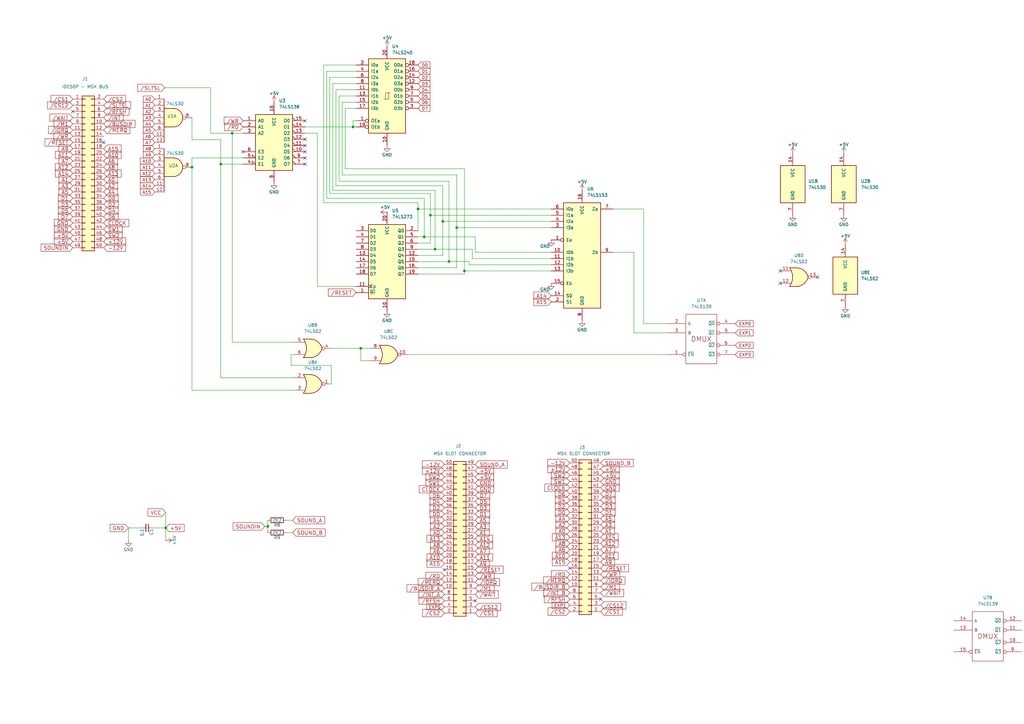
<source format=kicad_sch>
(kicad_sch (version 20211123) (generator eeschema)
  (paper "A3")
  (title_block (title "MSX Slot Expander") (date "2023-02-23") (rev "1"))
  (junction (at 90.5463 67.31))
  (junction (at 178.435 102.192))
  (junction (at 176.53 88.265))
  (junction (at 147.9664 142.875))
  (junction (at 144.78 52.07))
  (junction (at 173.99 97.155))
  (junction (at 78.74 68.58))
  (junction (at 184.15 107.2391))
  (junction (at 95.2335 54.61))
  (junction (at 171.45 85.725))
  (junction (at 67.945 216.535))
  (junction (at 181.61 90.805))
  (junction (at 190.5 111.125))
  (junction (at 109.855 215.9))
  (junction (at 187.325 93.345))
  (no_connect (at 320.04 111.125))
  (no_connect (at 320.04 116.205))
  (no_connect (at 335.28 113.665))
  (no_connect (at 99.695 62.23))
  (no_connect (at 194.945 246.38))
  (no_connect (at 246.38 245.745))
  (no_connect (at 182.245 233.68))
  (no_connect (at 125.095 67.31))
  (no_connect (at 125.095 64.77))
  (no_connect (at 125.095 62.23))
  (no_connect (at 125.095 59.69))
  (no_connect (at 125.095 57.15))
  (no_connect (at 125.095 49.53))
  (no_connect (at 233.68 233.045))
  (no_connect (at 42.545 58.42))
  (no_connect (at 29.845 45.72))
  (wire (pts (xy 226.06 111.125) (xy 190.5 111.125)))
  (wire (pts (xy 146.05 26.67) (xy 132.715 26.67)))
  (wire (pts (xy 184.15 74.295) (xy 184.15 107.2391)))
  (wire (pts (xy 144.78 52.07) (xy 146.05 52.07)))
  (wire (pts (xy 52.705 216.535) (xy 57.785 216.535)))
  (wire (pts (xy 263.9532 132.715) (xy 273.685 132.715)))
  (wire (pts (xy 181.61 104.775) (xy 181.61 90.805)))
  (wire (pts (xy 135.255 79.375) (xy 135.255 31.75)))
  (wire (pts (xy 130.175 117.475) (xy 146.05 117.475)))
  (wire (pts (xy 167.005 145.415) (xy 273.685 145.415)))
  (wire (pts (xy 109.855 215.9) (xy 109.855 218.44)))
  (wire (pts (xy 173.99 81.28) (xy 173.99 97.155)))
  (wire (pts (xy 132.715 83.185) (xy 171.45 83.185)))
  (wire (pts (xy 259.9996 136.525) (xy 259.9996 103.505)))
  (wire (pts (xy 178.435 102.192) (xy 193.675 102.192)))
  (wire (pts (xy 176.53 88.265) (xy 176.53 79.375)))
  (wire (pts (xy 193.675 102.192) (xy 193.675 106.045)))
  (wire (pts (xy 62.865 216.535) (xy 67.945 216.535)))
  (wire (pts (xy 78.74 68.58) (xy 78.74 160.02)))
  (wire (pts (xy 263.9532 85.725) (xy 263.9532 132.715)))
  (wire (pts (xy 190.5 111.125) (xy 190.5 112.395)))
  (wire (pts (xy 176.53 88.265) (xy 226.06 88.265)))
  (wire (pts (xy 67.5416 36.0221) (xy 86.36 36.0221)))
  (wire (pts (xy 139.065 39.37) (xy 139.065 74.295)))
  (wire (pts (xy 171.45 104.775) (xy 181.61 104.775)))
  (wire (pts (xy 125.095 52.07) (xy 144.78 52.07)))
  (wire (pts (xy 95.2335 140.335) (xy 95.2335 54.61)))
  (wire (pts (xy 137.795 36.83) (xy 146.05 36.83)))
  (wire (pts (xy 86.36 36.0221) (xy 86.36 54.61)))
  (wire (pts (xy 120.65 145.415) (xy 119.38 145.415)))
  (wire (pts (xy 144.78 49.53) (xy 146.05 49.53)))
  (wire (pts (xy 78.74 57.346) (xy 90.5463 57.346)))
  (wire (pts (xy 90.5463 154.94) (xy 120.65 154.94)))
  (wire (pts (xy 78.74 64.77) (xy 78.74 68.58)))
  (wire (pts (xy 171.45 99.695) (xy 176.53 99.695)))
  (wire (pts (xy 181.61 90.805) (xy 181.61 76.2)))
  (wire (pts (xy 251.46 85.725) (xy 263.9532 85.725)))
  (wire (pts (xy 95.2335 54.61) (xy 99.695 54.61)))
  (wire (pts (xy 120.015 213.36) (xy 117.475 213.36)))
  (wire (pts (xy 139.065 74.295) (xy 184.15 74.295)))
  (wire (pts (xy 90.5463 57.346) (xy 90.5463 67.31)))
  (wire (pts (xy 176.53 79.375) (xy 135.255 79.375)))
  (wire (pts (xy 187.325 93.345) (xy 226.06 93.345)))
  (wire (pts (xy 67.945 210.185) (xy 67.945 216.535)))
  (wire (pts (xy 192.405 107.2391) (xy 192.405 108.585)))
  (wire (pts (xy 178.435 102.192) (xy 178.435 102.235)))
  (wire (pts (xy 146.05 29.21) (xy 133.985 29.21)))
  (wire (pts (xy 171.45 107.315) (xy 184.15 107.315)))
  (wire (pts (xy 147.9664 147.955) (xy 151.765 147.955)))
  (wire (pts (xy 109.855 215.9) (xy 108.585 215.9)))
  (wire (pts (xy 120.015 218.44) (xy 117.475 218.44)))
  (wire (pts (xy 181.61 76.2) (xy 137.795 76.2)))
  (wire (pts (xy 109.855 213.36) (xy 109.855 215.9)))
  (wire (pts (xy 187.325 93.345) (xy 187.325 109.855)))
  (wire (pts (xy 135.255 31.75) (xy 146.05 31.75)))
  (wire (pts (xy 147.9664 142.875) (xy 147.9664 147.955)))
  (wire (pts (xy 67.945 216.535) (xy 67.945 221.615)))
  (wire (pts (xy 194.945 97.155) (xy 194.945 103.505)))
  (wire (pts (xy 259.9996 103.505) (xy 251.46 103.505)))
  (wire (pts (xy 52.705 216.535) (xy 52.705 221.615)))
  (wire (pts (xy 171.45 112.395) (xy 190.5 112.395)))
  (wire (pts (xy 171.45 85.725) (xy 171.45 94.615)))
  (wire (pts (xy 90.5463 67.31) (xy 90.5463 154.94)))
  (wire (pts (xy 194.945 103.505) (xy 226.06 103.505)))
  (wire (pts (xy 141.605 69.215) (xy 141.605 44.45)))
  (wire (pts (xy 125.095 54.61) (xy 130.175 54.61)))
  (wire (pts (xy 192.405 108.585) (xy 226.06 108.585)))
  (wire (pts (xy 99.695 64.77) (xy 78.74 64.77)))
  (wire (pts (xy 187.325 71.755) (xy 187.325 93.345)))
  (wire (pts (xy 140.335 71.755) (xy 187.325 71.755)))
  (wire (pts (xy 147.9664 142.875) (xy 151.765 142.875)))
  (wire (pts (xy 146.05 39.37) (xy 139.065 39.37)))
  (wire (pts (xy 178.435 102.235) (xy 171.45 102.235)))
  (wire (pts (xy 181.61 90.805) (xy 226.06 90.805)))
  (wire (pts (xy 133.985 29.21) (xy 133.985 81.28)))
  (wire (pts (xy 119.38 145.415) (xy 119.38 149.86)))
  (wire (pts (xy 135.89 149.86) (xy 135.89 157.48)))
  (wire (pts (xy 144.78 52.07) (xy 144.78 49.53)))
  (wire (pts (xy 141.605 44.45) (xy 146.05 44.45)))
  (wire (pts (xy 184.15 107.2391) (xy 184.15 107.315)))
  (wire (pts (xy 90.5463 67.31) (xy 99.695 67.31)))
  (wire (pts (xy 140.335 41.91) (xy 140.335 71.755)))
  (wire (pts (xy 190.5 69.215) (xy 190.5 111.125)))
  (wire (pts (xy 137.795 76.2) (xy 137.795 36.83)))
  (wire (pts (xy 193.675 106.045) (xy 226.06 106.045)))
  (wire (pts (xy 140.335 41.91) (xy 146.05 41.91)))
  (wire (pts (xy 173.99 97.155) (xy 194.945 97.155)))
  (wire (pts (xy 178.435 78.105) (xy 178.435 102.192)))
  (wire (pts (xy 171.45 83.185) (xy 171.45 85.725)))
  (wire (pts (xy 78.74 160.02) (xy 120.65 160.02)))
  (wire (pts (xy 120.65 140.335) (xy 95.2335 140.335)))
  (wire (pts (xy 184.15 107.2391) (xy 192.405 107.2391)))
  (wire (pts (xy 119.38 149.86) (xy 135.89 149.86)))
  (wire (pts (xy 273.685 136.525) (xy 259.9996 136.525)))
  (wire (pts (xy 86.36 54.61) (xy 95.2335 54.61)))
  (wire (pts (xy 146.05 34.29) (xy 136.525 34.29)))
  (wire (pts (xy 136.525 34.29) (xy 136.525 78.105)))
  (wire (pts (xy 133.985 81.28) (xy 173.99 81.28)))
  (wire (pts (xy 190.5 69.215) (xy 141.605 69.215)))
  (wire (pts (xy 176.53 99.695) (xy 176.53 88.265)))
  (wire (pts (xy 173.99 97.155) (xy 171.45 97.155)))
  (wire (pts (xy 78.74 48.26) (xy 78.74 57.346)))
  (wire (pts (xy 132.715 26.67) (xy 132.715 83.185)))
  (wire (pts (xy 135.89 142.875) (xy 147.9664 142.875)))
  (wire (pts (xy 187.325 109.855) (xy 171.45 109.855)))
  (wire (pts (xy 136.525 78.105) (xy 178.435 78.105)))
  (wire (pts (xy 130.175 54.61) (xy 130.175 117.475)))
  (wire (pts (xy 171.45 85.725) (xy 226.06 85.725)))
  (global_label "/MERQ" (shape input) (at 42.545 53.34 0) (effects (font (size 1.524 1.524))) (property "Intersheet References" "${INTERSHEET_REFS}" (effects hide)))
  (global_label "EXP1" (shape input) (at 233.68 248.285 180) (property "Intersheet References" "${INTERSHEET_REFS}" (effects hide)))
  (global_label "A5" (shape input) (at 29.845 78.74 180) (effects (font (size 1.524 1.524))) (property "Intersheet References" "${INTERSHEET_REFS}" (effects hide)))
  (global_label "/RFSH" (shape input) (at 233.68 245.745 180) (effects (font (size 1.524 1.524))) (property "Intersheet References" "${INTERSHEET_REFS}" (effects hide)))
  (global_label "/IORQ" (shape input) (at 194.945 238.76 0) (effects (font (size 1.524 1.524))) (property "Intersheet References" "${INTERSHEET_REFS}" (effects hide)))
  (global_label "SOUNDIN" (shape input) (at 29.845 101.6 180) (effects (font (size 1.524 1.524))) (property "Intersheet References" "${INTERSHEET_REFS}" (effects hide)))
  (global_label "/WR" (shape input) (at 99.695 49.53 180) (effects (font (size 1.524 1.524))) (property "Intersheet References" "${INTERSHEET_REFS}" (effects hide)))
  (global_label "A7" (shape input) (at 29.845 66.04 180) (effects (font (size 1.524 1.524))) (property "Intersheet References" "${INTERSHEET_REFS}" (effects hide)))
  (global_label "A1" (shape input) (at 194.945 218.44 0) (effects (font (size 1.524 1.524))) (property "Intersheet References" "${INTERSHEET_REFS}" (effects hide)))
  (global_label "A2" (shape input) (at 182.245 215.9 180) (effects (font (size 1.524 1.524))) (property "Intersheet References" "${INTERSHEET_REFS}" (effects hide)))
  (global_label "/IORQ" (shape input) (at 29.845 53.34 180) (effects (font (size 1.524 1.524))) (property "Intersheet References" "${INTERSHEET_REFS}" (effects hide)))
  (global_label "GND" (shape input) (at 29.845 91.44 180) (effects (font (size 1.524 1.524))) (property "Intersheet References" "${INTERSHEET_REFS}" (effects hide)))
  (global_label "A15" (shape input) (at 63.5 78.74 180) (property "Intersheet References" "${INTERSHEET_REFS}" (effects hide)))
  (global_label "/RESET" (shape input) (at 194.945 233.68 0) (effects (font (size 1.524 1.524))) (property "Intersheet References" "${INTERSHEET_REFS}" (effects hide)))
  (global_label "SOUND_A" (shape input) (at 120.015 213.36 0) (effects (font (size 1.524 1.524))) (property "Intersheet References" "${INTERSHEET_REFS}" (effects hide)))
  (global_label "A11" (shape input) (at 194.945 228.6 0) (effects (font (size 1.524 1.524))) (property "Intersheet References" "${INTERSHEET_REFS}" (effects hide)))
  (global_label "A2" (shape input) (at 233.68 215.265 180) (effects (font (size 1.524 1.524))) (property "Intersheet References" "${INTERSHEET_REFS}" (effects hide)))
  (global_label "A3" (shape input) (at 63.5 48.26 180) (property "Intersheet References" "${INTERSHEET_REFS}" (effects hide)))
  (global_label "/BUSDIR_B" (shape input) (at 233.68 240.665 180) (effects (font (size 1.524 1.524))) (property "Intersheet References" "${INTERSHEET_REFS}" (effects hide)))
  (global_label "A6" (shape input) (at 63.5 55.88 180) (property "Intersheet References" "${INTERSHEET_REFS}" (effects hide)))
  (global_label "EXP0" (shape input) (at 182.245 248.92 180) (property "Intersheet References" "${INTERSHEET_REFS}" (effects hide)))
  (global_label "CLOCK" (shape input) (at 42.545 91.44 0) (effects (font (size 1.524 1.524))) (property "Intersheet References" "${INTERSHEET_REFS}" (effects hide)))
  (global_label "A4" (shape input) (at 182.245 213.36 180) (effects (font (size 1.524 1.524))) (property "Intersheet References" "${INTERSHEET_REFS}" (effects hide)))
  (global_label "SW1" (shape input) (at 233.68 197.485 180) (effects (font (size 1.524 1.524))) (property "Intersheet References" "${INTERSHEET_REFS}" (effects hide)))
  (global_label "A6" (shape input) (at 42.545 66.04 0) (effects (font (size 1.524 1.524))) (property "Intersheet References" "${INTERSHEET_REFS}" (effects hide)))
  (global_label "/RD" (shape input) (at 182.245 236.22 180) (effects (font (size 1.524 1.524))) (property "Intersheet References" "${INTERSHEET_REFS}" (effects hide)))
  (global_label "D3" (shape input) (at 29.845 83.82 180) (effects (font (size 1.524 1.524))) (property "Intersheet References" "${INTERSHEET_REFS}" (effects hide)))
  (global_label "+12V" (shape input) (at 233.68 192.405 180) (effects (font (size 1.524 1.524))) (property "Intersheet References" "${INTERSHEET_REFS}" (effects hide)))
  (global_label "A10" (shape input) (at 63.5 66.04 180) (property "Intersheet References" "${INTERSHEET_REFS}" (effects hide)))
  (global_label "/M1" (shape input) (at 246.38 240.665 0) (effects (font (size 1.524 1.524))) (property "Intersheet References" "${INTERSHEET_REFS}" (effects hide)))
  (global_label "/BUSDIR" (shape input) (at 42.545 50.8 0) (effects (font (size 1.524 1.524))) (property "Intersheet References" "${INTERSHEET_REFS}" (effects hide)))
  (global_label "A3" (shape input) (at 194.945 215.9 0) (effects (font (size 1.524 1.524))) (property "Intersheet References" "${INTERSHEET_REFS}" (effects hide)))
  (global_label "A2" (shape input) (at 63.5 45.72 180) (property "Intersheet References" "${INTERSHEET_REFS}" (effects hide)))
  (global_label "/M1" (shape input) (at 29.845 50.8 180) (effects (font (size 1.524 1.524))) (property "Intersheet References" "${INTERSHEET_REFS}" (effects hide)))
  (global_label "SW2" (shape input) (at 233.68 194.945 180) (effects (font (size 1.524 1.524))) (property "Intersheet References" "${INTERSHEET_REFS}" (effects hide)))
  (global_label "/CS12" (shape input) (at 194.945 248.92 0) (effects (font (size 1.524 1.524))) (property "Intersheet References" "${INTERSHEET_REFS}" (effects hide)))
  (global_label "/RESET" (shape input) (at 146.05 120.015 180) (effects (font (size 1.524 1.524))) (property "Intersheet References" "${INTERSHEET_REFS}" (effects hide)))
  (global_label "A0" (shape input) (at 42.545 73.66 0) (effects (font (size 1.524 1.524))) (property "Intersheet References" "${INTERSHEET_REFS}" (effects hide)))
  (global_label "D6" (shape input) (at 42.545 88.9 0) (effects (font (size 1.524 1.524))) (property "Intersheet References" "${INTERSHEET_REFS}" (effects hide)))
  (global_label "/WR" (shape input) (at 246.38 235.585 0) (effects (font (size 1.524 1.524))) (property "Intersheet References" "${INTERSHEET_REFS}" (effects hide)))
  (global_label "A12" (shape input) (at 246.38 222.885 0) (effects (font (size 1.524 1.524))) (property "Intersheet References" "${INTERSHEET_REFS}" (effects hide)))
  (global_label "D5" (shape input) (at 246.38 205.105 0) (effects (font (size 1.524 1.524))) (property "Intersheet References" "${INTERSHEET_REFS}" (effects hide)))
  (global_label "D1" (shape input) (at 246.38 210.185 0) (effects (font (size 1.524 1.524))) (property "Intersheet References" "${INTERSHEET_REFS}" (effects hide)))
  (global_label "A7" (shape input) (at 63.5 58.42 180) (property "Intersheet References" "${INTERSHEET_REFS}" (effects hide)))
  (global_label "/WAIT" (shape input) (at 29.845 48.26 180) (effects (font (size 1.524 1.524))) (property "Intersheet References" "${INTERSHEET_REFS}" (effects hide)))
  (global_label "/RD" (shape input) (at 99.695 52.07 180) (effects (font (size 1.524 1.524))) (property "Intersheet References" "${INTERSHEET_REFS}" (effects hide)))
  (global_label "D0" (shape input) (at 171.45 26.67 0) (property "Intersheet References" "${INTERSHEET_REFS}" (effects hide)))
  (global_label "D4" (shape input) (at 233.68 205.105 180) (effects (font (size 1.524 1.524))) (property "Intersheet References" "${INTERSHEET_REFS}" (effects hide)))
  (global_label "D4" (shape input) (at 171.45 36.83 0) (property "Intersheet References" "${INTERSHEET_REFS}" (effects hide)))
  (global_label "A10" (shape input) (at 233.68 227.965 180) (effects (font (size 1.524 1.524))) (property "Intersheet References" "${INTERSHEET_REFS}" (effects hide)))
  (global_label "VCC" (shape input) (at 67.945 210.185 180) (effects (font (size 1.524 1.524))) (property "Intersheet References" "${INTERSHEET_REFS}" (effects hide)))
  (global_label "A9" (shape input) (at 246.38 230.505 0) (effects (font (size 1.524 1.524))) (property "Intersheet References" "${INTERSHEET_REFS}" (effects hide)))
  (global_label "CLOCK" (shape input) (at 233.68 200.025 180) (effects (font (size 1.524 1.524))) (property "Intersheet References" "${INTERSHEET_REFS}" (effects hide)))
  (global_label "/CS1" (shape input) (at 246.38 250.825 0) (effects (font (size 1.524 1.524))) (property "Intersheet References" "${INTERSHEET_REFS}" (effects hide)))
  (global_label "A13" (shape input) (at 233.68 220.345 180) (effects (font (size 1.524 1.524))) (property "Intersheet References" "${INTERSHEET_REFS}" (effects hide)))
  (global_label "/RESET" (shape input) (at 246.38 233.045 0) (effects (font (size 1.524 1.524))) (property "Intersheet References" "${INTERSHEET_REFS}" (effects hide)))
  (global_label "-12V" (shape input) (at 233.68 189.865 180) (effects (font (size 1.524 1.524))) (property "Intersheet References" "${INTERSHEET_REFS}" (effects hide)))
  (global_label "+5V" (shape input) (at 29.845 99.06 180) (effects (font (size 1.524 1.524))) (property "Intersheet References" "${INTERSHEET_REFS}" (effects hide)))
  (global_label "D6" (shape input) (at 171.45 41.91 0) (property "Intersheet References" "${INTERSHEET_REFS}" (effects hide)))
  (global_label "/CS12" (shape input) (at 246.38 248.285 0) (effects (font (size 1.524 1.524))) (property "Intersheet References" "${INTERSHEET_REFS}" (effects hide)))
  (global_label "+12V" (shape input) (at 42.545 99.06 0) (effects (font (size 1.524 1.524))) (property "Intersheet References" "${INTERSHEET_REFS}" (effects hide)))
  (global_label "D1" (shape input) (at 194.945 210.82 0) (effects (font (size 1.524 1.524))) (property "Intersheet References" "${INTERSHEET_REFS}" (effects hide)))
  (global_label "D1" (shape input) (at 171.45 29.21 0) (property "Intersheet References" "${INTERSHEET_REFS}" (effects hide)))
  (global_label "A7" (shape input) (at 246.38 225.425 0) (effects (font (size 1.524 1.524))) (property "Intersheet References" "${INTERSHEET_REFS}" (effects hide)))
  (global_label "A14" (shape input) (at 246.38 220.345 0) (effects (font (size 1.524 1.524))) (property "Intersheet References" "${INTERSHEET_REFS}" (effects hide)))
  (global_label "D7" (shape input) (at 194.945 203.2 0) (effects (font (size 1.524 1.524))) (property "Intersheet References" "${INTERSHEET_REFS}" (effects hide)))
  (global_label "/RFSH" (shape input) (at 182.245 246.38 180) (effects (font (size 1.524 1.524))) (property "Intersheet References" "${INTERSHEET_REFS}" (effects hide)))
  (global_label "D5" (shape input) (at 29.845 86.36 180) (effects (font (size 1.524 1.524))) (property "Intersheet References" "${INTERSHEET_REFS}" (effects hide)))
  (global_label "+5V" (shape input) (at 67.945 216.535 0) (effects (font (size 1.524 1.524))) (property "Intersheet References" "${INTERSHEET_REFS}" (effects hide)))
  (global_label "/M1" (shape input) (at 194.945 241.3 0) (effects (font (size 1.524 1.524))) (property "Intersheet References" "${INTERSHEET_REFS}" (effects hide)))
  (global_label "SW1" (shape input) (at 182.245 198.12 180) (effects (font (size 1.524 1.524))) (property "Intersheet References" "${INTERSHEET_REFS}" (effects hide)))
  (global_label "A14" (shape input) (at 29.845 71.12 180) (effects (font (size 1.524 1.524))) (property "Intersheet References" "${INTERSHEET_REFS}" (effects hide)))
  (global_label "+5V" (shape input) (at 246.38 194.945 0) (effects (font (size 1.524 1.524))) (property "Intersheet References" "${INTERSHEET_REFS}" (effects hide)))
  (global_label "A12" (shape input) (at 29.845 68.58 180) (effects (font (size 1.524 1.524))) (property "Intersheet References" "${INTERSHEET_REFS}" (effects hide)))
  (global_label "SW1" (shape input) (at 42.545 93.98 0) (effects (font (size 1.524 1.524))) (property "Intersheet References" "${INTERSHEET_REFS}" (effects hide)))
  (global_label "/CS2" (shape input) (at 233.68 250.825 180) (effects (font (size 1.524 1.524))) (property "Intersheet References" "${INTERSHEET_REFS}" (effects hide)))
  (global_label "A13" (shape input) (at 63.5 73.66 180) (property "Intersheet References" "${INTERSHEET_REFS}" (effects hide)))
  (global_label "D4" (shape input) (at 42.545 86.36 0) (effects (font (size 1.524 1.524))) (property "Intersheet References" "${INTERSHEET_REFS}" (effects hide)))
  (global_label "D2" (shape input) (at 233.68 207.645 180) (effects (font (size 1.524 1.524))) (property "Intersheet References" "${INTERSHEET_REFS}" (effects hide)))
  (global_label "/INT" (shape input) (at 42.545 48.26 0) (effects (font (size 1.524 1.524))) (property "Intersheet References" "${INTERSHEET_REFS}" (effects hide)))
  (global_label "A5" (shape input) (at 63.5 53.34 180) (property "Intersheet References" "${INTERSHEET_REFS}" (effects hide)))
  (global_label "A0" (shape input) (at 182.245 218.44 180) (effects (font (size 1.524 1.524))) (property "Intersheet References" "${INTERSHEET_REFS}" (effects hide)))
  (global_label "/WAIT" (shape input) (at 246.38 243.205 0) (effects (font (size 1.524 1.524))) (property "Intersheet References" "${INTERSHEET_REFS}" (effects hide)))
  (global_label "EXP1" (shape input) (at 301.625 136.525 0) (property "Intersheet References" "${INTERSHEET_REFS}" (effects hide)))
  (global_label "SOUND_A" (shape input) (at 194.945 190.5 0) (effects (font (size 1.524 1.524))) (property "Intersheet References" "${INTERSHEET_REFS}" (effects hide)))
  (global_label "+12V" (shape input) (at 182.245 193.04 180) (effects (font (size 1.524 1.524))) (property "Intersheet References" "${INTERSHEET_REFS}" (effects hide)))
  (global_label "/MERQ" (shape input) (at 233.68 238.125 180) (effects (font (size 1.524 1.524))) (property "Intersheet References" "${INTERSHEET_REFS}" (effects hide)))
  (global_label "A1" (shape input) (at 63.5 43.18 180) (property "Intersheet References" "${INTERSHEET_REFS}" (effects hide)))
  (global_label "D7" (shape input) (at 29.845 88.9 180) (effects (font (size 1.524 1.524))) (property "Intersheet References" "${INTERSHEET_REFS}" (effects hide)))
  (global_label "A8" (shape input) (at 63.5 60.96 180) (property "Intersheet References" "${INTERSHEET_REFS}" (effects hide)))
  (global_label "/SLTSL" (shape input) (at 42.545 43.18 0) (effects (font (size 1.524 1.524))) (property "Intersheet References" "${INTERSHEET_REFS}" (effects hide)))
  (global_label "/RESET" (shape input) (at 29.845 58.42 180) (effects (font (size 1.524 1.524))) (property "Intersheet References" "${INTERSHEET_REFS}" (effects hide)))
  (global_label "-12V" (shape input) (at 42.545 101.6 0) (effects (font (size 1.524 1.524))) (property "Intersheet References" "${INTERSHEET_REFS}" (effects hide)))
  (global_label "D0" (shape input) (at 182.245 210.82 180) (effects (font (size 1.524 1.524))) (property "Intersheet References" "${INTERSHEET_REFS}" (effects hide)))
  (global_label "D1" (shape input) (at 29.845 81.28 180) (effects (font (size 1.524 1.524))) (property "Intersheet References" "${INTERSHEET_REFS}" (effects hide)))
  (global_label "A0" (shape input) (at 233.68 217.805 180) (effects (font (size 1.524 1.524))) (property "Intersheet References" "${INTERSHEET_REFS}" (effects hide)))
  (global_label "A7" (shape input) (at 194.945 226.06 0) (effects (font (size 1.524 1.524))) (property "Intersheet References" "${INTERSHEET_REFS}" (effects hide)))
  (global_label "A10" (shape input) (at 42.545 63.5 0) (effects (font (size 1.524 1.524))) (property "Intersheet References" "${INTERSHEET_REFS}" (effects hide)))
  (global_label "+5V" (shape input) (at 246.38 192.405 0) (effects (font (size 1.524 1.524))) (property "Intersheet References" "${INTERSHEET_REFS}" (effects hide)))
  (global_label "A9" (shape input) (at 194.945 231.14 0) (effects (font (size 1.524 1.524))) (property "Intersheet References" "${INTERSHEET_REFS}" (effects hide)))
  (global_label "A4" (shape input) (at 233.68 212.725 180) (effects (font (size 1.524 1.524))) (property "Intersheet References" "${INTERSHEET_REFS}" (effects hide)))
  (global_label "/CS2" (shape input) (at 182.245 251.46 180) (effects (font (size 1.524 1.524))) (property "Intersheet References" "${INTERSHEET_REFS}" (effects hide)))
  (global_label "CLOCK" (shape input) (at 182.245 200.66 180) (effects (font (size 1.524 1.524))) (property "Intersheet References" "${INTERSHEET_REFS}" (effects hide)))
  (global_label "/CS1" (shape input) (at 29.845 40.64 180) (effects (font (size 1.524 1.524))) (property "Intersheet References" "${INTERSHEET_REFS}" (effects hide)))
  (global_label "SW2" (shape input) (at 42.545 96.52 0) (effects (font (size 1.524 1.524))) (property "Intersheet References" "${INTERSHEET_REFS}" (effects hide)))
  (global_label "A0" (shape input) (at 63.5 40.64 180) (property "Intersheet References" "${INTERSHEET_REFS}" (effects hide)))
  (global_label "/CS1" (shape input) (at 194.945 251.46 0) (effects (font (size 1.524 1.524))) (property "Intersheet References" "${INTERSHEET_REFS}" (effects hide)))
  (global_label "A11" (shape input) (at 29.845 63.5 180) (effects (font (size 1.524 1.524))) (property "Intersheet References" "${INTERSHEET_REFS}" (effects hide)))
  (global_label "A5" (shape input) (at 246.38 212.725 0) (effects (font (size 1.524 1.524))) (property "Intersheet References" "${INTERSHEET_REFS}" (effects hide)))
  (global_label "A2" (shape input) (at 42.545 76.2 0) (effects (font (size 1.524 1.524))) (property "Intersheet References" "${INTERSHEET_REFS}" (effects hide)))
  (global_label "GND" (shape input) (at 194.945 200.66 0) (effects (font (size 1.524 1.524))) (property "Intersheet References" "${INTERSHEET_REFS}" (effects hide)))
  (global_label "A11" (shape input) (at 246.38 227.965 0) (effects (font (size 1.524 1.524))) (property "Intersheet References" "${INTERSHEET_REFS}" (effects hide)))
  (global_label "EXP0" (shape input) (at 301.625 132.715 0) (property "Intersheet References" "${INTERSHEET_REFS}" (effects hide)))
  (global_label "A8" (shape input) (at 233.68 222.885 180) (effects (font (size 1.524 1.524))) (property "Intersheet References" "${INTERSHEET_REFS}" (effects hide)))
  (global_label "/RFSH" (shape input) (at 42.545 45.72 0) (effects (font (size 1.524 1.524))) (property "Intersheet References" "${INTERSHEET_REFS}" (effects hide)))
  (global_label "A10" (shape input) (at 182.245 228.6 180) (effects (font (size 1.524 1.524))) (property "Intersheet References" "${INTERSHEET_REFS}" (effects hide)))
  (global_label "D0" (shape input) (at 233.68 210.185 180) (effects (font (size 1.524 1.524))) (property "Intersheet References" "${INTERSHEET_REFS}" (effects hide)))
  (global_label "GND" (shape input) (at 246.38 197.485 0) (effects (font (size 1.524 1.524))) (property "Intersheet References" "${INTERSHEET_REFS}" (effects hide)))
  (global_label "/BUSDIR_A" (shape input) (at 182.245 241.3 180) (effects (font (size 1.524 1.524))) (property "Intersheet References" "${INTERSHEET_REFS}" (effects hide)))
  (global_label "/CS2" (shape input) (at 42.545 40.64 0) (effects (font (size 1.524 1.524))) (property "Intersheet References" "${INTERSHEET_REFS}" (effects hide)))
  (global_label "D4" (shape input) (at 182.245 205.74 180) (effects (font (size 1.524 1.524))) (property "Intersheet References" "${INTERSHEET_REFS}" (effects hide)))
  (global_label "A5" (shape input) (at 194.945 213.36 0) (effects (font (size 1.524 1.524))) (property "Intersheet References" "${INTERSHEET_REFS}" (effects hide)))
  (global_label "+5V" (shape input) (at 194.945 193.04 0) (effects (font (size 1.524 1.524))) (property "Intersheet References" "${INTERSHEET_REFS}" (effects hide)))
  (global_label "A14" (shape input) (at 194.945 220.98 0) (effects (font (size 1.524 1.524))) (property "Intersheet References" "${INTERSHEET_REFS}" (effects hide)))
  (global_label "SOUND_B" (shape input) (at 120.015 218.44 0) (effects (font (size 1.524 1.524))) (property "Intersheet References" "${INTERSHEET_REFS}" (effects hide)))
  (global_label "/SLTSL" (shape input) (at 67.5416 36.0221 180) (effects (font (size 1.524 1.524))) (property "Intersheet References" "${INTERSHEET_REFS}" (effects hide)))
  (global_label "/IORQ" (shape input) (at 246.38 238.125 0) (effects (font (size 1.524 1.524))) (property "Intersheet References" "${INTERSHEET_REFS}" (effects hide)))
  (global_label "A15" (shape input) (at 42.545 60.96 0) (effects (font (size 1.524 1.524))) (property "Intersheet References" "${INTERSHEET_REFS}" (effects hide)))
  (global_label "/CS12" (shape input) (at 29.845 43.18 180) (effects (font (size 1.524 1.524))) (property "Intersheet References" "${INTERSHEET_REFS}" (effects hide)))
  (global_label "A15" (shape input) (at 226.06 123.825 180) (effects (font (size 1.524 1.524))) (property "Intersheet References" "${INTERSHEET_REFS}" (effects hide)))
  (global_label "/WR" (shape input) (at 194.945 236.22 0) (effects (font (size 1.524 1.524))) (property "Intersheet References" "${INTERSHEET_REFS}" (effects hide)))
  (global_label "D0" (shape input) (at 42.545 81.28 0) (effects (font (size 1.524 1.524))) (property "Intersheet References" "${INTERSHEET_REFS}" (effects hide)))
  (global_label "A8" (shape input) (at 182.245 223.52 180) (effects (font (size 1.524 1.524))) (property "Intersheet References" "${INTERSHEET_REFS}" (effects hide)))
  (global_label "D6" (shape input) (at 182.245 203.2 180) (effects (font (size 1.524 1.524))) (property "Intersheet References" "${INTERSHEET_REFS}" (effects hide)))
  (global_label "/WAIT" (shape input) (at 194.945 243.84 0) (effects (font (size 1.524 1.524))) (property "Intersheet References" "${INTERSHEET_REFS}" (effects hide)))
  (global_label "A6" (shape input) (at 182.245 226.06 180) (effects (font (size 1.524 1.524))) (property "Intersheet References" "${INTERSHEET_REFS}" (effects hide)))
  (global_label "A1" (shape input) (at 246.38 217.805 0) (effects (font (size 1.524 1.524))) (property "Intersheet References" "${INTERSHEET_REFS}" (effects hide)))
  (global_label "A4" (shape input) (at 42.545 78.74 0) (effects (font (size 1.524 1.524))) (property "Intersheet References" "${INTERSHEET_REFS}" (effects hide)))
  (global_label "A13" (shape input) (at 42.545 71.12 0) (effects (font (size 1.524 1.524))) (property "Intersheet References" "${INTERSHEET_REFS}" (effects hide)))
  (global_label "D3" (shape input) (at 194.945 208.28 0) (effects (font (size 1.524 1.524))) (property "Intersheet References" "${INTERSHEET_REFS}" (effects hide)))
  (global_label "A15" (shape input) (at 182.245 231.14 180) (effects (font (size 1.524 1.524))) (property "Intersheet References" "${INTERSHEET_REFS}" (effects hide)))
  (global_label "A9" (shape input) (at 63.5 63.5 180) (property "Intersheet References" "${INTERSHEET_REFS}" (effects hide)))
  (global_label "D2" (shape input) (at 182.245 208.28 180) (effects (font (size 1.524 1.524))) (property "Intersheet References" "${INTERSHEET_REFS}" (effects hide)))
  (global_label "D6" (shape input) (at 233.68 202.565 180) (effects (font (size 1.524 1.524))) (property "Intersheet References" "${INTERSHEET_REFS}" (effects hide)))
  (global_label "D5" (shape input) (at 194.945 205.74 0) (effects (font (size 1.524 1.524))) (property "Intersheet References" "${INTERSHEET_REFS}" (effects hide)))
  (global_label "A9" (shape input) (at 29.845 60.96 180) (effects (font (size 1.524 1.524))) (property "Intersheet References" "${INTERSHEET_REFS}" (effects hide)))
  (global_label "+5V" (shape input) (at 29.845 96.52 180) (effects (font (size 1.524 1.524))) (property "Intersheet References" "${INTERSHEET_REFS}" (effects hide)))
  (global_label "A6" (shape input) (at 233.68 225.425 180) (effects (font (size 1.524 1.524))) (property "Intersheet References" "${INTERSHEET_REFS}" (effects hide)))
  (global_label "A14" (shape input) (at 226.06 121.285 180) (effects (font (size 1.524 1.524))) (property "Intersheet References" "${INTERSHEET_REFS}" (effects hide)))
  (global_label "A12" (shape input) (at 194.945 223.52 0) (effects (font (size 1.524 1.524))) (property "Intersheet References" "${INTERSHEET_REFS}" (effects hide)))
  (global_label "A14" (shape input) (at 63.5 76.2 180) (property "Intersheet References" "${INTERSHEET_REFS}" (effects hide)))
  (global_label "/WR" (shape input) (at 29.845 55.88 180) (effects (font (size 1.524 1.524))) (property "Intersheet References" "${INTERSHEET_REFS}" (effects hide)))
  (global_label "-12V" (shape input) (at 182.245 190.5 180) (effects (font (size 1.524 1.524))) (property "Intersheet References" "${INTERSHEET_REFS}" (effects hide)))
  (global_label "SOUNDIN" (shape input) (at 108.585 215.9 180) (effects (font (size 1.524 1.524))) (property "Intersheet References" "${INTERSHEET_REFS}" (effects hide)))
  (global_label "EXP3" (shape input) (at 301.625 145.415 0) (property "Intersheet References" "${INTERSHEET_REFS}" (effects hide)))
  (global_label "D2" (shape input) (at 42.545 83.82 0) (effects (font (size 1.524 1.524))) (property "Intersheet References" "${INTERSHEET_REFS}" (effects hide)))
  (global_label "A11" (shape input) (at 63.5 68.58 180) (property "Intersheet References" "${INTERSHEET_REFS}" (effects hide)))
  (global_label "A8" (shape input) (at 42.545 68.58 0) (effects (font (size 1.524 1.524))) (property "Intersheet References" "${INTERSHEET_REFS}" (effects hide)))
  (global_label "/RD" (shape input) (at 233.68 235.585 180) (effects (font (size 1.524 1.524))) (property "Intersheet References" "${INTERSHEET_REFS}" (effects hide)))
  (global_label "A4" (shape input) (at 63.5 50.8 180) (property "Intersheet References" "${INTERSHEET_REFS}" (effects hide)))
  (global_label "GND" (shape input) (at 246.38 200.025 0) (effects (font (size 1.524 1.524))) (property "Intersheet References" "${INTERSHEET_REFS}" (effects hide)))
  (global_label "D3" (shape input) (at 246.38 207.645 0) (effects (font (size 1.524 1.524))) (property "Intersheet References" "${INTERSHEET_REFS}" (effects hide)))
  (global_label "EXP2" (shape input) (at 301.625 141.605 0) (property "Intersheet References" "${INTERSHEET_REFS}" (effects hide)))
  (global_label "GND" (shape input) (at 194.945 198.12 0) (effects (font (size 1.524 1.524))) (property "Intersheet References" "${INTERSHEET_REFS}" (effects hide)))
  (global_label "A13" (shape input) (at 182.245 220.98 180) (effects (font (size 1.524 1.524))) (property "Intersheet References" "${INTERSHEET_REFS}" (effects hide)))
  (global_label "GND" (shape input) (at 52.705 216.535 180) (effects (font (size 1.524 1.524))) (property "Intersheet References" "${INTERSHEET_REFS}" (effects hide)))
  (global_label "A15" (shape input) (at 233.68 230.505 180) (effects (font (size 1.524 1.524))) (property "Intersheet References" "${INTERSHEET_REFS}" (effects hide)))
  (global_label "D7" (shape input) (at 246.38 202.565 0) (effects (font (size 1.524 1.524))) (property "Intersheet References" "${INTERSHEET_REFS}" (effects hide)))
  (global_label "GND" (shape input) (at 29.845 93.98 180) (effects (font (size 1.524 1.524))) (property "Intersheet References" "${INTERSHEET_REFS}" (effects hide)))
  (global_label "SOUND_B" (shape input) (at 246.38 189.865 0) (effects (font (size 1.524 1.524))) (property "Intersheet References" "${INTERSHEET_REFS}" (effects hide)))
  (global_label "/MERQ" (shape input) (at 182.245 238.76 180) (effects (font (size 1.524 1.524))) (property "Intersheet References" "${INTERSHEET_REFS}" (effects hide)))
  (global_label "A3" (shape input) (at 246.38 215.265 0) (effects (font (size 1.524 1.524))) (property "Intersheet References" "${INTERSHEET_REFS}" (effects hide)))
  (global_label "+5V" (shape input) (at 194.945 195.58 0) (effects (font (size 1.524 1.524))) (property "Intersheet References" "${INTERSHEET_REFS}" (effects hide)))
  (global_label "D3" (shape input) (at 171.45 34.29 0) (property "Intersheet References" "${INTERSHEET_REFS}" (effects hide)))
  (global_label "A3" (shape input) (at 29.845 76.2 180) (effects (font (size 1.524 1.524))) (property "Intersheet References" "${INTERSHEET_REFS}" (effects hide)))
  (global_label "D7" (shape input) (at 171.45 44.45 0) (property "Intersheet References" "${INTERSHEET_REFS}" (effects hide)))
  (global_label "A12" (shape input) (at 63.5 71.12 180) (property "Intersheet References" "${INTERSHEET_REFS}" (effects hide)))
  (global_label "D2" (shape input) (at 171.45 31.75 0) (property "Intersheet References" "${INTERSHEET_REFS}" (effects hide)))
  (global_label "/INT_B" (shape input) (at 233.68 243.205 180) (effects (font (size 1.524 1.524))) (property "Intersheet References" "${INTERSHEET_REFS}" (effects hide)))
  (global_label "D5" (shape input) (at 171.45 39.37 0) (property "Intersheet References" "${INTERSHEET_REFS}" (effects hide)))
  (global_label "SW2" (shape input) (at 182.245 195.58 180) (effects (font (size 1.524 1.524))) (property "Intersheet References" "${INTERSHEET_REFS}" (effects hide)))
  (global_label "A1" (shape input) (at 29.845 73.66 180) (effects (font (size 1.524 1.524))) (property "Intersheet References" "${INTERSHEET_REFS}" (effects hide)))
  (global_label "/INT_A" (shape input) (at 182.245 243.84 180) (effects (font (size 1.524 1.524))) (property "Intersheet References" "${INTERSHEET_REFS}" (effects hide)))
  (symbol (lib_id "MSXIOSlot-rescue:Conn_02x25_Odd_Even") (at 34.925 71.12 0) (unit 1)
    (property "Reference" "J1" (at 34.925 32.385 0))
    (property "Value" "IDC50P - MSX BUS" (at 34.925 35.56 0))
    (property "Footprint" "Roni Footprints:IDC-Header_2x25_P2.54mm_Vertical" (effects hide))
  )
  (symbol (lib_id "MSXIOSlot-rescue:Conn_02x25_Odd_Even") (at 189.865 220.98 180) (unit 1)
    (property "Reference" "J2" (at 187.96 182.88 0))
    (property "Value" "MSX SLOT CONNECTOR" (at 188.595 186.055 0))
    (property "Footprint" "Roni Footprints:50_pin_edge_female" (effects hide))
  )
  (symbol (lib_id "MSXIOSlot-rescue:Conn_02x25_Odd_Even") (at 241.3 220.345 180) (unit 1)
    (property "Reference" "J3" (at 238.76 183.515 0))
    (property "Value" "MSX SLOT CONNECTOR" (at 239.395 186.055 0))
    (property "Footprint" "Roni Footprints:50_pin_edge_female" (effects hide))
  )
  (symbol (lib_id "MSXIOSlot-rescue:R") (at 113.665 213.36 270) (unit 1)
    (property "Reference" "R8" (at 113.665 215.392 90))
    (property "Value" "2K2" (at 113.665 213.36 90))
    (property "Footprint" "Resistors_THT:R_Axial_DIN0207_L6.3mm_D2.5mm_P7.62mm_Horizontal" (effects hide))
  )
  (symbol (lib_id "MSXIOSlot-rescue:R") (at 113.665 218.44 270) (unit 1)
    (property "Reference" "R9" (at 113.665 220.472 90))
    (property "Value" "2K2" (at 113.665 218.44 90))
    (property "Footprint" "Resistors_THT:R_Axial_DIN0207_L6.3mm_D2.5mm_P7.62mm_Horizontal" (effects hide))
  )
  (symbol (lib_id "MSXIOSlot-rescue:C_Small") (at 60.325 216.535 270) (unit 1)
    (property "Reference" "C1" (at 62.103 216.789 0) (effects (justify left)))
    (property "Value" "0.1" (at 58.293 216.789 0) (effects (justify left)))
    (property "Footprint" "Capacitors_THT:C_Disc_D4.7mm_W2.5mm_P5.00mm" (effects hide))
  )
  (symbol (lib_id "MSXIOSlot-rescue:+5V") (at 67.945 221.615 270) (unit 1)
    (property "Reference" "#PWR06" (effects hide))
    (property "Value" "+5V" (at 71.501 221.615 0))
  )
  (symbol (lib_id "MSXIOSlot-rescue:GND") (at 52.705 221.615 0) (unit 1)
    (property "Reference" "#PWR07" (effects hide))
    (property "Value" "GND" (at 52.705 225.425 0))
  )
  (symbol (lib_id "MSXIOSlot-rescue:+5V") (at 158.75 86.995 90) (unit 1)
    (property "Reference" "#PWR?" (effects hide))
    (property "Value" "+5V" (at 157.917 84.9798 90))
  )
  (symbol (lib_id "MSXIOSlot-rescue:+5V") (at 346.075 62.865 0) (unit 1)
    (property "Reference" "#PWR?" (effects hide))
    (property "Value" "+5V" (at 346.075 59.309 0))
  )
  (symbol (lib_id "74xx:74LS02") (at 128.27 157.48 0) (unit 1)
    (property "Reference" "U8" (at 128.27 148.59 0))
    (property "Value" "74LS02" (at 128.27 151.13 0))
    (property "Datasheet" "http://www.ti.com/lit/gpn/sn74ls02" (effects hide))
  )
  (symbol (lib_id "74xx:74LS02") (at 346.71 113.03 0) (unit 5)
    (property "Reference" "U8" (at 353.06 111.7599 0) (effects (justify left)))
    (property "Value" "74LS02" (at 353.06 114.2999 0) (effects (justify left)))
    (property "Datasheet" "http://www.ti.com/lit/gpn/sn74ls02" (effects hide))
  )
  (symbol (lib_id "74xx_IEEE:74LS139") (at 287.655 139.065 0) (unit 1)
    (property "Reference" "U7" (at 287.655 123.19 0))
    (property "Value" "74LS139" (at 287.655 125.73 0))
    (property "Datasheet" "http://www.ti.com/lit/ds/symlink/sn74ls139a.pdf" (effects hide))
  )
  (symbol (lib_id "MSXIOSlot-rescue:GND") (at 226.06 116.205 0) (unit 1)
    (property "Reference" "#PWR?" (effects hide))
    (property "Value" "GND" (at 223.52 118.745 0))
  )
  (symbol (lib_id "MSXIOSlot-rescue:+5V") (at 158.75 19.05 0) (unit 1)
    (property "Reference" "#PWR?" (effects hide))
    (property "Value" "+5V" (at 158.75 15.494 0))
  )
  (symbol (lib_id "MSXIOSlot-rescue:GND") (at 158.75 59.69 0) (unit 1)
    (property "Reference" "#PWR?" (effects hide))
    (property "Value" "GND" (at 158.75 63.5 0))
  )
  (symbol (lib_id "MSXIOSlot-rescue:GND") (at 226.06 98.425 0) (unit 1)
    (property "Reference" "#PWR?" (effects hide))
    (property "Value" "GND" (at 223.52 100.965 0))
  )
  (symbol (lib_id "74xx:74LS138") (at 112.395 57.15 0) (unit 1)
    (property "Reference" "U3" (at 114.4144 41.275 0) (effects (justify left)))
    (property "Value" "74LS138" (at 114.4144 43.815 0) (effects (justify left)))
    (property "Datasheet" "http://www.ti.com/lit/gpn/sn74LS138" (effects hide))
  )
  (symbol (lib_id "MSXIOSlot-rescue:+5V") (at 112.395 41.91 0) (unit 1)
    (property "Reference" "#PWR?" (effects hide))
    (property "Value" "+5V" (at 112.395 38.354 0))
  )
  (symbol (lib_id "MSXIOSlot-rescue:GND") (at 238.76 131.445 0) (unit 1)
    (property "Reference" "#PWR?" (effects hide))
    (property "Value" "GND" (at 238.76 135.255 0))
  )
  (symbol (lib_id "MSXIOSlot-rescue:+5V") (at 238.76 78.105 0) (unit 1)
    (property "Reference" "#PWR?" (effects hide))
    (property "Value" "+5V" (at 238.76 74.549 0))
  )
  (symbol (lib_id "74xx:74LS30") (at 71.12 48.26 0) (unit 1)
    (property "Reference" "U1" (at 70.485 47.625 0))
    (property "Value" "74LS30" (at 71.755 42.545 0))
    (property "Datasheet" "http://www.ti.com/lit/gpn/sn74LS30" (effects hide))
  )
  (symbol (lib_id "74xx:74LS240") (at 158.75 39.37 0) (unit 1)
    (property "Reference" "U4" (at 160.7694 19.05 0) (effects (justify left)))
    (property "Value" "74LS240" (at 160.7694 21.59 0) (effects (justify left)))
    (property "Datasheet" "http://www.ti.com/lit/ds/symlink/sn74ls240.pdf" (effects hide))
  )
  (symbol (lib_id "MSXIOSlot-rescue:GND") (at 112.395 74.93 0) (unit 1)
    (property "Reference" "#PWR?" (effects hide))
    (property "Value" "GND" (at 112.395 78.74 0))
  )
  (symbol (lib_id "MSXIOSlot-rescue:+5V") (at 325.12 62.865 0) (unit 1)
    (property "Reference" "#PWR?" (effects hide))
    (property "Value" "+5V" (at 325.12 59.309 0))
  )
  (symbol (lib_id "74xx_IEEE:74LS139") (at 405.13 260.985 0) (unit 2)
    (property "Reference" "U?" (at 405.13 245.11 0))
    (property "Value" "74LS139" (at 405.13 247.65 0))
    (property "Datasheet" "http://www.ti.com/lit/ds/symlink/sn74ls139a.pdf" (effects hide))
  )
  (symbol (lib_id "74xx:74LS02") (at 159.385 145.415 0) (unit 3)
    (property "Reference" "U8" (at 159.385 135.89 0))
    (property "Value" "74LS02" (at 159.385 138.43 0))
    (property "Datasheet" "http://www.ti.com/lit/gpn/sn74ls02" (effects hide))
  )
  (symbol (lib_id "MSXIOSlot-rescue:GND") (at 346.075 88.265 0) (unit 1)
    (property "Reference" "#PWR?" (effects hide))
    (property "Value" "GND" (at 346.075 92.075 0))
  )
  (symbol (lib_id "MSXIOSlot-rescue:GND") (at 325.12 88.265 0) (unit 1)
    (property "Reference" "#PWR?" (effects hide))
    (property "Value" "GND" (at 325.12 92.075 0))
  )
  (symbol (lib_id "74xx:74LS30") (at 325.12 75.565 0) (unit 2)
    (property "Reference" "U1" (at 331.47 74.2949 0) (effects (justify left)))
    (property "Value" "74LS30" (at 331.47 76.8349 0) (effects (justify left)))
    (property "Datasheet" "http://www.ti.com/lit/gpn/sn74LS30" (effects hide))
  )
  (symbol (lib_id "74xx:74LS30") (at 346.075 75.565 0) (unit 2)
    (property "Reference" "U2" (at 353.06 74.2949 0) (effects (justify left)))
    (property "Value" "74LS30" (at 353.06 76.8349 0) (effects (justify left)))
    (property "Datasheet" "http://www.ti.com/lit/gpn/sn74LS30" (effects hide))
  )
  (symbol (lib_id "74xx:74LS273") (at 158.75 107.315 0) (unit 1)
    (property "Reference" "U5" (at 160.7694 86.36 0) (effects (justify left)))
    (property "Value" "74LS273" (at 160.7694 88.9 0) (effects (justify left)))
    (property "Datasheet" "http://www.ti.com/lit/gpn/sn74LS273" (effects hide))
  )
  (symbol (lib_id "MSXIOSlot-rescue:+5V") (at 346.71 100.33 0) (unit 1)
    (property "Reference" "#PWR?" (effects hide))
    (property "Value" "+5V" (at 346.71 96.774 0))
  )
  (symbol (lib_id "MSXIOSlot-rescue:GND") (at 346.71 125.73 0) (unit 1)
    (property "Reference" "#PWR?" (effects hide))
    (property "Value" "GND" (at 346.71 129.54 0))
  )
  (symbol (lib_id "74xx:74LS02") (at 128.27 142.875 0) (unit 2)
    (property "Reference" "U8" (at 128.27 133.35 0))
    (property "Value" "74LS02" (at 128.27 135.89 0))
    (property "Datasheet" "http://www.ti.com/lit/gpn/sn74ls02" (effects hide))
  )
  (symbol (lib_id "74xx:74LS153") (at 238.76 103.505 0) (unit 1)
    (property "Reference" "U6" (at 240.7794 77.47 0) (effects (justify left)))
    (property "Value" "74LS153" (at 240.7794 80.01 0) (effects (justify left)))
    (property "Datasheet" "http://www.ti.com/lit/gpn/sn74LS153" (effects hide))
  )
  (symbol (lib_id "74xx:74LS30") (at 71.12 68.58 0) (unit 1)
    (property "Reference" "U2" (at 71.12 67.945 0))
    (property "Value" "74LS30" (at 71.755 62.865 0))
    (property "Datasheet" "http://www.ti.com/lit/gpn/sn74LS30" (effects hide))
  )
  (symbol (lib_id "MSXIOSlot-rescue:GND") (at 158.75 127.635 0) (unit 1)
    (property "Reference" "#PWR?" (effects hide))
    (property "Value" "GND" (at 158.75 131.445 0))
  )
  (symbol (lib_id "74xx:74LS02") (at 327.66 113.665 0) (unit 4)
    (property "Reference" "U8" (at 327.66 104.775 0))
    (property "Value" "74LS02" (at 327.66 107.315 0))
    (property "Datasheet" "http://www.ti.com/lit/gpn/sn74ls02" (effects hide))
  )
)
</source>
